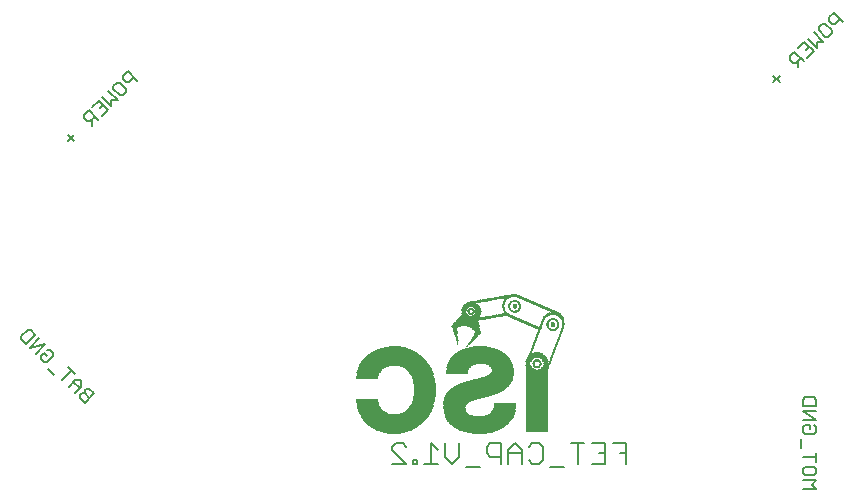
<source format=gbo>
G75*
%MOIN*%
%OFA0B0*%
%FSLAX25Y25*%
%IPPOS*%
%LPD*%
%AMOC8*
5,1,8,0,0,1.08239X$1,22.5*
%
%ADD10R,0.02800X0.00100*%
%ADD11R,0.02400X0.00100*%
%ADD12R,0.05000X0.00100*%
%ADD13R,0.04400X0.00100*%
%ADD14R,0.06500X0.00100*%
%ADD15R,0.05600X0.00100*%
%ADD16R,0.07500X0.00100*%
%ADD17R,0.06600X0.00100*%
%ADD18R,0.08500X0.00100*%
%ADD19R,0.09400X0.00100*%
%ADD20R,0.08200X0.00100*%
%ADD21R,0.07400X0.00100*%
%ADD22R,0.10000X0.00100*%
%ADD23R,0.08900X0.00100*%
%ADD24R,0.10800X0.00100*%
%ADD25R,0.09500X0.00100*%
%ADD26R,0.11400X0.00100*%
%ADD27R,0.10100X0.00100*%
%ADD28R,0.12000X0.00100*%
%ADD29R,0.10700X0.00100*%
%ADD30R,0.12500X0.00100*%
%ADD31R,0.11100X0.00100*%
%ADD32R,0.13000X0.00100*%
%ADD33R,0.11700X0.00100*%
%ADD34R,0.13500X0.00100*%
%ADD35R,0.12100X0.00100*%
%ADD36R,0.13900X0.00100*%
%ADD37R,0.14300X0.00100*%
%ADD38R,0.12900X0.00100*%
%ADD39R,0.14700X0.00100*%
%ADD40R,0.13300X0.00100*%
%ADD41R,0.15100X0.00100*%
%ADD42R,0.13700X0.00100*%
%ADD43R,0.15500X0.00100*%
%ADD44R,0.14100X0.00100*%
%ADD45R,0.15800X0.00100*%
%ADD46R,0.14400X0.00100*%
%ADD47R,0.16100X0.00100*%
%ADD48R,0.16500X0.00100*%
%ADD49R,0.16800X0.00100*%
%ADD50R,0.15300X0.00100*%
%ADD51R,0.17100X0.00100*%
%ADD52R,0.15700X0.00100*%
%ADD53R,0.17300X0.00100*%
%ADD54R,0.15900X0.00100*%
%ADD55R,0.17600X0.00100*%
%ADD56R,0.16200X0.00100*%
%ADD57R,0.17900X0.00100*%
%ADD58R,0.18100X0.00100*%
%ADD59R,0.18300X0.00100*%
%ADD60R,0.17000X0.00100*%
%ADD61R,0.18600X0.00100*%
%ADD62R,0.17200X0.00100*%
%ADD63R,0.18800X0.00100*%
%ADD64R,0.17500X0.00100*%
%ADD65R,0.19000X0.00100*%
%ADD66R,0.17800X0.00100*%
%ADD67R,0.19200X0.00100*%
%ADD68R,0.18000X0.00100*%
%ADD69R,0.19400X0.00100*%
%ADD70R,0.18200X0.00100*%
%ADD71R,0.19600X0.00100*%
%ADD72R,0.18400X0.00100*%
%ADD73R,0.19800X0.00100*%
%ADD74R,0.20000X0.00100*%
%ADD75R,0.20200X0.00100*%
%ADD76R,0.20300X0.00100*%
%ADD77R,0.20500X0.00100*%
%ADD78R,0.20600X0.00100*%
%ADD79R,0.20800X0.00100*%
%ADD80R,0.21000X0.00100*%
%ADD81R,0.21100X0.00100*%
%ADD82R,0.21200X0.00100*%
%ADD83R,0.21400X0.00100*%
%ADD84R,0.21500X0.00100*%
%ADD85R,0.20700X0.00100*%
%ADD86R,0.21600X0.00100*%
%ADD87R,0.20900X0.00100*%
%ADD88R,0.21800X0.00100*%
%ADD89R,0.22000X0.00100*%
%ADD90R,0.21300X0.00100*%
%ADD91R,0.22100X0.00100*%
%ADD92R,0.22200X0.00100*%
%ADD93R,0.22300X0.00100*%
%ADD94R,0.22400X0.00100*%
%ADD95R,0.21900X0.00100*%
%ADD96R,0.22500X0.00100*%
%ADD97R,0.22600X0.00100*%
%ADD98R,0.22700X0.00100*%
%ADD99R,0.10200X0.00100*%
%ADD100R,0.09800X0.00100*%
%ADD101R,0.09600X0.00100*%
%ADD102R,0.09300X0.00100*%
%ADD103R,0.09100X0.00100*%
%ADD104R,0.08700X0.00100*%
%ADD105R,0.22800X0.00100*%
%ADD106R,0.22900X0.00100*%
%ADD107R,0.08300X0.00100*%
%ADD108R,0.23000X0.00100*%
%ADD109R,0.10400X0.00100*%
%ADD110R,0.08000X0.00100*%
%ADD111R,0.07900X0.00100*%
%ADD112R,0.09700X0.00100*%
%ADD113R,0.07800X0.00100*%
%ADD114R,0.07700X0.00100*%
%ADD115R,0.09200X0.00100*%
%ADD116R,0.07600X0.00100*%
%ADD117R,0.09000X0.00100*%
%ADD118R,0.08800X0.00100*%
%ADD119R,0.08600X0.00100*%
%ADD120R,0.07300X0.00100*%
%ADD121R,0.08400X0.00100*%
%ADD122R,0.08100X0.00100*%
%ADD123R,0.07200X0.00100*%
%ADD124R,0.10600X0.00100*%
%ADD125R,0.11000X0.00100*%
%ADD126R,0.11300X0.00100*%
%ADD127R,0.11600X0.00100*%
%ADD128R,0.12400X0.00100*%
%ADD129R,0.12700X0.00100*%
%ADD130R,0.13100X0.00100*%
%ADD131R,0.15000X0.00100*%
%ADD132R,0.16000X0.00100*%
%ADD133R,0.16300X0.00100*%
%ADD134R,0.16600X0.00100*%
%ADD135R,0.17400X0.00100*%
%ADD136R,0.17700X0.00100*%
%ADD137R,0.16900X0.00100*%
%ADD138R,0.16700X0.00100*%
%ADD139R,0.16400X0.00100*%
%ADD140R,0.15200X0.00100*%
%ADD141R,0.14600X0.00100*%
%ADD142R,0.14000X0.00100*%
%ADD143R,0.12600X0.00100*%
%ADD144R,0.12200X0.00100*%
%ADD145R,0.11900X0.00100*%
%ADD146R,0.11500X0.00100*%
%ADD147R,0.07100X0.00100*%
%ADD148R,0.03200X0.00100*%
%ADD149R,0.02900X0.00100*%
%ADD150R,0.02700X0.00100*%
%ADD151R,0.02600X0.00100*%
%ADD152R,0.02500X0.00100*%
%ADD153R,0.02300X0.00100*%
%ADD154R,0.00700X0.00100*%
%ADD155R,0.02200X0.00100*%
%ADD156R,0.01400X0.00100*%
%ADD157R,0.02100X0.00100*%
%ADD158R,0.01600X0.00100*%
%ADD159R,0.02000X0.00100*%
%ADD160R,0.01900X0.00100*%
%ADD161R,0.01800X0.00100*%
%ADD162R,0.01000X0.00100*%
%ADD163R,0.00800X0.00100*%
%ADD164R,0.00900X0.00100*%
%ADD165R,0.01700X0.00100*%
%ADD166R,0.23200X0.00100*%
%ADD167R,0.23100X0.00100*%
%ADD168R,0.00600X0.00100*%
%ADD169R,0.20400X0.00100*%
%ADD170R,0.20100X0.00100*%
%ADD171R,0.01200X0.00100*%
%ADD172R,0.19900X0.00100*%
%ADD173R,0.19700X0.00100*%
%ADD174R,0.19300X0.00100*%
%ADD175R,0.19500X0.00100*%
%ADD176R,0.19100X0.00100*%
%ADD177R,0.18900X0.00100*%
%ADD178R,0.06100X0.00100*%
%ADD179R,0.05900X0.00100*%
%ADD180R,0.18700X0.00100*%
%ADD181R,0.05700X0.00100*%
%ADD182R,0.05500X0.00100*%
%ADD183R,0.05300X0.00100*%
%ADD184R,0.05200X0.00100*%
%ADD185R,0.04900X0.00100*%
%ADD186R,0.04800X0.00100*%
%ADD187R,0.04500X0.00100*%
%ADD188R,0.04100X0.00100*%
%ADD189R,0.15600X0.00100*%
%ADD190R,0.13600X0.00100*%
%ADD191R,0.13200X0.00100*%
%ADD192R,0.12800X0.00100*%
%ADD193R,0.12300X0.00100*%
%ADD194R,0.10900X0.00100*%
%ADD195R,0.10500X0.00100*%
%ADD196R,0.10300X0.00100*%
%ADD197R,0.09900X0.00100*%
%ADD198R,0.06800X0.00100*%
%ADD199R,0.06400X0.00100*%
%ADD200R,0.05800X0.00100*%
%ADD201R,0.05400X0.00100*%
%ADD202R,0.00200X0.00100*%
%ADD203R,0.04200X0.00100*%
%ADD204R,0.00300X0.00100*%
%ADD205R,0.00500X0.00100*%
%ADD206R,0.00100X0.00100*%
%ADD207R,0.00400X0.00100*%
%ADD208R,0.01100X0.00100*%
%ADD209R,0.01300X0.00100*%
%ADD210R,0.01500X0.00100*%
%ADD211R,0.03000X0.00100*%
%ADD212R,0.03100X0.00100*%
%ADD213R,0.03500X0.00100*%
%ADD214R,0.04000X0.00100*%
%ADD215R,0.04600X0.00100*%
%ADD216R,0.03300X0.00100*%
%ADD217R,0.03900X0.00100*%
%ADD218R,0.03600X0.00100*%
%ADD219R,0.04300X0.00100*%
%ADD220R,0.03400X0.00100*%
%ADD221R,0.03800X0.00100*%
%ADD222R,0.03700X0.00100*%
%ADD223R,0.05100X0.00100*%
%ADD224R,0.04700X0.00100*%
%ADD225R,0.06900X0.00100*%
%ADD226R,0.06200X0.00100*%
%ADD227C,0.00800*%
%ADD228C,0.00600*%
D10*
X0159550Y0089767D03*
X0162950Y0085667D03*
X0185850Y0071967D03*
X0164350Y0050567D03*
D11*
X0135850Y0050567D03*
X0180950Y0072167D03*
X0183450Y0074667D03*
X0181450Y0075767D03*
X0185450Y0075767D03*
X0186750Y0073967D03*
X0186750Y0073867D03*
X0186750Y0073767D03*
X0186150Y0072367D03*
X0163250Y0085267D03*
X0163050Y0092767D03*
X0159950Y0092767D03*
X0175950Y0091267D03*
X0175750Y0096667D03*
X0188750Y0088467D03*
D12*
X0161550Y0093167D03*
X0164350Y0050667D03*
D13*
X0135850Y0050667D03*
X0164350Y0079367D03*
X0183050Y0077067D03*
X0189050Y0090367D03*
X0161550Y0093467D03*
D14*
X0161200Y0089567D03*
X0161100Y0089467D03*
X0161000Y0089367D03*
X0160800Y0089067D03*
X0164300Y0050767D03*
D15*
X0135850Y0050767D03*
X0183350Y0076367D03*
D16*
X0171800Y0072667D03*
X0171700Y0072767D03*
X0171900Y0070767D03*
X0171900Y0070667D03*
X0157100Y0072267D03*
X0157000Y0072167D03*
X0157000Y0072067D03*
X0145500Y0069267D03*
X0145500Y0069167D03*
X0145500Y0069067D03*
X0145600Y0068867D03*
X0145400Y0069367D03*
X0145400Y0069467D03*
X0145300Y0069667D03*
X0145600Y0061167D03*
X0145500Y0060967D03*
X0145500Y0060867D03*
X0145500Y0060767D03*
X0145400Y0060667D03*
X0145400Y0060567D03*
X0145300Y0060367D03*
X0156000Y0059867D03*
X0156000Y0059767D03*
X0156200Y0057667D03*
X0156300Y0057467D03*
X0164300Y0050867D03*
X0172500Y0058367D03*
X0172600Y0058567D03*
X0172600Y0058667D03*
X0172600Y0058767D03*
X0172700Y0059067D03*
X0135800Y0050967D03*
X0127300Y0059467D03*
X0127200Y0059667D03*
X0127200Y0059767D03*
X0127200Y0059867D03*
X0127100Y0059967D03*
X0127100Y0060067D03*
X0127000Y0070167D03*
X0127000Y0070267D03*
X0127100Y0070467D03*
X0160100Y0087867D03*
X0160500Y0088267D03*
D17*
X0160850Y0089167D03*
X0160950Y0089267D03*
X0135850Y0050867D03*
D18*
X0128300Y0057767D03*
X0128200Y0057867D03*
X0128000Y0072167D03*
X0128100Y0072267D03*
X0156600Y0060967D03*
X0157000Y0056667D03*
X0164300Y0050967D03*
X0171600Y0056867D03*
X0171700Y0056967D03*
X0171000Y0073567D03*
X0157800Y0073267D03*
X0159800Y0086967D03*
D19*
X0170750Y0069367D03*
X0157050Y0061367D03*
X0164250Y0051067D03*
X0171050Y0056467D03*
X0128950Y0057167D03*
D20*
X0128050Y0058067D03*
X0127950Y0058167D03*
X0135850Y0051067D03*
X0144250Y0058367D03*
X0156350Y0060667D03*
X0156450Y0060767D03*
X0156750Y0056867D03*
X0171850Y0057167D03*
X0171950Y0057267D03*
X0171550Y0070067D03*
X0171150Y0073467D03*
X0144250Y0071667D03*
X0127850Y0071967D03*
X0127750Y0071867D03*
D21*
X0126950Y0070067D03*
X0126950Y0069967D03*
X0126950Y0069867D03*
X0126950Y0069767D03*
X0126850Y0069667D03*
X0126850Y0069567D03*
X0126850Y0069467D03*
X0126850Y0069367D03*
X0126850Y0061367D03*
X0126950Y0060767D03*
X0126950Y0060667D03*
X0126950Y0060567D03*
X0127050Y0060367D03*
X0127050Y0060267D03*
X0127050Y0060167D03*
X0145550Y0061067D03*
X0145650Y0061267D03*
X0145650Y0061367D03*
X0145650Y0061467D03*
X0145650Y0061567D03*
X0145750Y0061667D03*
X0145750Y0061767D03*
X0145750Y0061867D03*
X0145850Y0062167D03*
X0145850Y0062267D03*
X0145850Y0062367D03*
X0145950Y0062867D03*
X0145950Y0067167D03*
X0145850Y0067667D03*
X0145850Y0067767D03*
X0145850Y0067867D03*
X0145750Y0068167D03*
X0145750Y0068267D03*
X0145750Y0068367D03*
X0145650Y0068467D03*
X0145650Y0068567D03*
X0145650Y0068667D03*
X0145650Y0068767D03*
X0145550Y0068967D03*
X0156850Y0071467D03*
X0156950Y0071767D03*
X0156950Y0071867D03*
X0156950Y0071967D03*
X0171850Y0072467D03*
X0171850Y0072567D03*
X0171950Y0070967D03*
X0171950Y0070867D03*
X0183450Y0070867D03*
X0183450Y0070967D03*
X0183450Y0071067D03*
X0183450Y0071167D03*
X0183450Y0071267D03*
X0183450Y0071367D03*
X0183450Y0071467D03*
X0183450Y0071567D03*
X0183450Y0071667D03*
X0183450Y0070767D03*
X0183450Y0070667D03*
X0183450Y0070567D03*
X0183450Y0070467D03*
X0183450Y0070367D03*
X0183450Y0070267D03*
X0183450Y0070167D03*
X0183450Y0070067D03*
X0183450Y0069967D03*
X0183450Y0069867D03*
X0183450Y0069767D03*
X0183450Y0069667D03*
X0183450Y0069567D03*
X0183450Y0069467D03*
X0183450Y0069367D03*
X0183450Y0069267D03*
X0183450Y0069167D03*
X0183450Y0069067D03*
X0183450Y0068967D03*
X0183450Y0068867D03*
X0183450Y0068767D03*
X0183450Y0068667D03*
X0183450Y0068567D03*
X0183450Y0068467D03*
X0183450Y0068367D03*
X0183450Y0068267D03*
X0183450Y0068167D03*
X0183450Y0068067D03*
X0183450Y0067967D03*
X0183450Y0067867D03*
X0183450Y0067767D03*
X0183450Y0067667D03*
X0183450Y0067567D03*
X0183450Y0067467D03*
X0183450Y0067367D03*
X0183450Y0067267D03*
X0183450Y0067167D03*
X0183450Y0067067D03*
X0183450Y0066967D03*
X0183450Y0066867D03*
X0183450Y0066767D03*
X0183450Y0066667D03*
X0183450Y0066567D03*
X0183450Y0066467D03*
X0183450Y0066367D03*
X0183450Y0066267D03*
X0183450Y0066167D03*
X0183450Y0066067D03*
X0183450Y0065967D03*
X0183450Y0065867D03*
X0183450Y0065767D03*
X0183450Y0065667D03*
X0183450Y0065567D03*
X0183450Y0065467D03*
X0183450Y0065367D03*
X0183450Y0065267D03*
X0183450Y0065167D03*
X0183450Y0065067D03*
X0183450Y0064967D03*
X0183450Y0064867D03*
X0183450Y0064767D03*
X0183450Y0064667D03*
X0183450Y0064567D03*
X0183450Y0064467D03*
X0183450Y0064367D03*
X0183450Y0064267D03*
X0183450Y0064167D03*
X0183450Y0064067D03*
X0183450Y0063967D03*
X0183450Y0063867D03*
X0183450Y0063767D03*
X0183450Y0063667D03*
X0183450Y0063567D03*
X0183450Y0063467D03*
X0183450Y0063367D03*
X0183450Y0063267D03*
X0183450Y0063167D03*
X0183450Y0063067D03*
X0183450Y0062967D03*
X0183450Y0062867D03*
X0183450Y0062767D03*
X0183450Y0062667D03*
X0183450Y0062567D03*
X0183450Y0062467D03*
X0183450Y0062367D03*
X0183450Y0062267D03*
X0183450Y0062167D03*
X0183450Y0062067D03*
X0183450Y0061967D03*
X0183450Y0061867D03*
X0183450Y0061767D03*
X0183450Y0061667D03*
X0183450Y0061567D03*
X0183450Y0061467D03*
X0183450Y0061367D03*
X0183450Y0061267D03*
X0183450Y0061167D03*
X0183450Y0061067D03*
X0183450Y0060967D03*
X0183450Y0060867D03*
X0183450Y0060767D03*
X0183450Y0060667D03*
X0183450Y0060567D03*
X0183450Y0060467D03*
X0183450Y0060367D03*
X0183450Y0060267D03*
X0183450Y0060167D03*
X0183450Y0060067D03*
X0183450Y0059967D03*
X0183450Y0059867D03*
X0183450Y0059767D03*
X0183450Y0059667D03*
X0183450Y0059567D03*
X0183450Y0059467D03*
X0183450Y0059367D03*
X0183450Y0059267D03*
X0183450Y0059167D03*
X0183450Y0059067D03*
X0183450Y0058967D03*
X0183450Y0058867D03*
X0183450Y0058767D03*
X0183450Y0058667D03*
X0183450Y0058567D03*
X0183450Y0058467D03*
X0183450Y0058367D03*
X0183450Y0058267D03*
X0183450Y0058167D03*
X0183450Y0058067D03*
X0183450Y0057967D03*
X0183450Y0057867D03*
X0183450Y0057767D03*
X0183450Y0057667D03*
X0183450Y0057567D03*
X0183450Y0057467D03*
X0183450Y0057367D03*
X0183450Y0057267D03*
X0183450Y0057167D03*
X0183450Y0057067D03*
X0183450Y0056967D03*
X0183450Y0056867D03*
X0183450Y0056767D03*
X0183450Y0056667D03*
X0183450Y0056567D03*
X0183450Y0056467D03*
X0183450Y0056367D03*
X0183450Y0056267D03*
X0183450Y0056167D03*
X0183450Y0056067D03*
X0183450Y0055967D03*
X0183450Y0055867D03*
X0183450Y0055767D03*
X0183450Y0055667D03*
X0183450Y0055567D03*
X0183450Y0055467D03*
X0183450Y0055367D03*
X0183450Y0055267D03*
X0183450Y0055167D03*
X0183450Y0055067D03*
X0183450Y0054967D03*
X0183450Y0054867D03*
X0183450Y0054767D03*
X0183450Y0054667D03*
X0183450Y0054567D03*
X0183450Y0054467D03*
X0183450Y0054367D03*
X0183450Y0054267D03*
X0183450Y0054167D03*
X0183450Y0054067D03*
X0183450Y0053967D03*
X0183450Y0053867D03*
X0183450Y0053767D03*
X0183450Y0053667D03*
X0183450Y0053567D03*
X0183450Y0053467D03*
X0183450Y0053367D03*
X0183450Y0053267D03*
X0183450Y0053167D03*
X0183450Y0053067D03*
X0183450Y0052967D03*
X0183450Y0052867D03*
X0183450Y0052767D03*
X0183450Y0052667D03*
X0183450Y0052567D03*
X0183450Y0052467D03*
X0183450Y0052367D03*
X0183450Y0052267D03*
X0183450Y0052167D03*
X0183450Y0052067D03*
X0183450Y0051967D03*
X0183450Y0051867D03*
X0183450Y0051767D03*
X0183450Y0051667D03*
X0183450Y0051567D03*
X0183450Y0051467D03*
X0183450Y0051367D03*
X0183450Y0051267D03*
X0183450Y0051167D03*
X0172650Y0058867D03*
X0172650Y0058967D03*
X0172750Y0059167D03*
X0172750Y0059267D03*
X0172750Y0059367D03*
X0172750Y0059467D03*
X0156150Y0057867D03*
X0156150Y0057767D03*
X0156050Y0058067D03*
X0155950Y0059567D03*
X0155950Y0059667D03*
X0160150Y0087967D03*
D22*
X0142650Y0073067D03*
X0142650Y0056967D03*
X0129350Y0056967D03*
X0164250Y0051167D03*
D23*
X0157300Y0056467D03*
X0156800Y0061167D03*
X0171400Y0056667D03*
X0135800Y0051167D03*
X0128600Y0057467D03*
X0128300Y0072467D03*
X0128400Y0072567D03*
X0159700Y0086567D03*
X0159700Y0086667D03*
X0161500Y0088567D03*
D24*
X0164250Y0051267D03*
D25*
X0157200Y0061467D03*
X0143000Y0057167D03*
X0135800Y0051267D03*
X0128800Y0072867D03*
X0143000Y0072867D03*
D26*
X0164250Y0051367D03*
D27*
X0157500Y0061667D03*
X0170400Y0069167D03*
X0135800Y0051367D03*
X0129200Y0073067D03*
D28*
X0158650Y0062267D03*
X0164250Y0051467D03*
D29*
X0170000Y0068967D03*
X0135800Y0051467D03*
D30*
X0135800Y0051867D03*
X0164200Y0051567D03*
D31*
X0169800Y0068867D03*
X0135800Y0051567D03*
D32*
X0164250Y0051667D03*
X0168750Y0068367D03*
D33*
X0135800Y0051667D03*
D34*
X0159500Y0062667D03*
X0164200Y0051767D03*
D35*
X0135800Y0051767D03*
D36*
X0164200Y0051867D03*
X0135900Y0077767D03*
D37*
X0135900Y0077667D03*
X0164200Y0051967D03*
D38*
X0135800Y0051967D03*
D39*
X0135800Y0052467D03*
X0160300Y0063067D03*
X0164200Y0052067D03*
D40*
X0168500Y0068267D03*
X0135800Y0052067D03*
D41*
X0135800Y0052567D03*
X0164200Y0052167D03*
D42*
X0159700Y0062767D03*
X0168300Y0068167D03*
X0135800Y0052167D03*
D43*
X0160900Y0063367D03*
X0167100Y0067567D03*
X0164200Y0052267D03*
D44*
X0159900Y0062867D03*
X0135800Y0052267D03*
D45*
X0161050Y0063467D03*
X0164250Y0052367D03*
X0164450Y0077267D03*
X0135850Y0077167D03*
D46*
X0160150Y0062967D03*
X0167850Y0067967D03*
X0164450Y0077767D03*
X0135850Y0052367D03*
D47*
X0164200Y0052467D03*
D48*
X0164200Y0052567D03*
X0161600Y0063767D03*
X0135800Y0053067D03*
D49*
X0135850Y0053167D03*
X0161950Y0063967D03*
X0166050Y0066967D03*
X0164250Y0052667D03*
X0135850Y0076867D03*
D50*
X0160700Y0063267D03*
X0164400Y0077467D03*
X0135800Y0052667D03*
D51*
X0162200Y0064167D03*
X0164200Y0052767D03*
D52*
X0166900Y0067467D03*
X0135800Y0052767D03*
D53*
X0162400Y0064267D03*
X0165600Y0066667D03*
X0164200Y0052867D03*
D54*
X0135800Y0052867D03*
D55*
X0162750Y0064567D03*
X0165150Y0066367D03*
X0164450Y0076567D03*
X0164250Y0052967D03*
D56*
X0166550Y0067267D03*
X0164450Y0077167D03*
X0135850Y0077067D03*
X0135850Y0052967D03*
D57*
X0163200Y0064867D03*
X0163300Y0064967D03*
X0163600Y0065167D03*
X0164500Y0065867D03*
X0164600Y0065967D03*
X0164200Y0053067D03*
D58*
X0164200Y0053167D03*
D59*
X0164200Y0053267D03*
D60*
X0162050Y0064067D03*
X0135850Y0053267D03*
X0135850Y0076767D03*
D61*
X0164450Y0076067D03*
X0164250Y0053367D03*
X0135850Y0053967D03*
D62*
X0135850Y0053367D03*
X0165750Y0066767D03*
X0164450Y0076767D03*
X0135850Y0076667D03*
D63*
X0164450Y0075967D03*
X0164250Y0053467D03*
X0135850Y0054067D03*
D64*
X0135800Y0053467D03*
X0162700Y0064467D03*
X0165300Y0066467D03*
X0135800Y0076567D03*
D65*
X0135850Y0054167D03*
X0164250Y0053567D03*
D66*
X0163050Y0064767D03*
X0164750Y0066067D03*
X0164450Y0076467D03*
X0135850Y0076467D03*
X0135850Y0053567D03*
D67*
X0135850Y0054267D03*
X0164250Y0053667D03*
D68*
X0163450Y0065067D03*
X0163750Y0065267D03*
X0163850Y0065367D03*
X0163950Y0065467D03*
X0164150Y0065567D03*
X0164250Y0065667D03*
X0164350Y0065767D03*
X0164450Y0076367D03*
X0135850Y0076367D03*
X0135850Y0053667D03*
D69*
X0135850Y0054367D03*
X0164250Y0053767D03*
X0164450Y0075567D03*
D70*
X0164450Y0076267D03*
X0135850Y0076267D03*
X0135850Y0053767D03*
D71*
X0135850Y0054467D03*
X0164250Y0053867D03*
X0164450Y0075467D03*
D72*
X0164450Y0076167D03*
X0135850Y0076167D03*
X0135850Y0053867D03*
D73*
X0135850Y0054567D03*
X0164250Y0053967D03*
D74*
X0164250Y0054067D03*
X0135850Y0054667D03*
X0164450Y0075167D03*
D75*
X0164250Y0054167D03*
X0135850Y0054767D03*
D76*
X0135900Y0054867D03*
X0164200Y0054267D03*
X0164500Y0074967D03*
X0135800Y0075267D03*
D77*
X0164500Y0074767D03*
X0164200Y0054367D03*
X0135900Y0054967D03*
D78*
X0164250Y0054467D03*
X0164450Y0074667D03*
X0135850Y0075067D03*
D79*
X0135850Y0074967D03*
X0164450Y0074467D03*
X0164250Y0054567D03*
D80*
X0164250Y0054667D03*
X0164450Y0074267D03*
X0135850Y0074867D03*
X0135950Y0055267D03*
D81*
X0135900Y0055367D03*
X0164200Y0054767D03*
X0164500Y0074167D03*
D82*
X0164450Y0074067D03*
X0164250Y0054867D03*
X0135850Y0074767D03*
D83*
X0135850Y0074567D03*
X0164450Y0073867D03*
X0164250Y0054967D03*
D84*
X0164200Y0055067D03*
X0135900Y0055567D03*
D85*
X0135900Y0055067D03*
X0164500Y0074567D03*
D86*
X0164250Y0055167D03*
X0135950Y0055667D03*
X0135850Y0074467D03*
D87*
X0135900Y0055167D03*
X0164500Y0074367D03*
D88*
X0164250Y0055367D03*
X0164250Y0055267D03*
X0135950Y0055767D03*
X0135850Y0074367D03*
D89*
X0135850Y0074267D03*
X0135850Y0074167D03*
X0135950Y0055967D03*
X0164250Y0055467D03*
D90*
X0164500Y0073967D03*
X0135800Y0074667D03*
X0135900Y0055467D03*
D91*
X0164300Y0055567D03*
D92*
X0164250Y0055667D03*
X0135950Y0056067D03*
X0135850Y0074067D03*
D93*
X0136000Y0056167D03*
X0164300Y0055767D03*
D94*
X0164250Y0055867D03*
X0135950Y0056267D03*
X0135850Y0073967D03*
D95*
X0135900Y0055867D03*
D96*
X0135900Y0073867D03*
X0164300Y0055967D03*
D97*
X0164250Y0056067D03*
X0135950Y0056367D03*
X0135850Y0073767D03*
D98*
X0135900Y0073667D03*
X0136000Y0056467D03*
X0164300Y0056167D03*
D99*
X0170550Y0056267D03*
D100*
X0157750Y0056267D03*
X0157350Y0061567D03*
X0158650Y0073767D03*
D101*
X0170850Y0056367D03*
X0129150Y0057067D03*
D102*
X0128700Y0072767D03*
X0135900Y0078767D03*
X0158400Y0073667D03*
X0170900Y0069467D03*
X0157500Y0056367D03*
D103*
X0156900Y0061267D03*
X0143300Y0057367D03*
X0128700Y0057367D03*
X0143300Y0072667D03*
X0158200Y0073567D03*
X0164400Y0078867D03*
X0170600Y0073767D03*
X0171200Y0056567D03*
D104*
X0171500Y0056767D03*
X0157100Y0056567D03*
X0156700Y0061067D03*
X0135900Y0078867D03*
X0128200Y0072367D03*
X0128500Y0057567D03*
D105*
X0135950Y0056567D03*
D106*
X0136000Y0056667D03*
X0135900Y0073567D03*
D107*
X0144100Y0071867D03*
X0144200Y0071767D03*
X0157700Y0073167D03*
X0171500Y0069967D03*
X0171800Y0057067D03*
X0156900Y0056767D03*
X0144200Y0058267D03*
X0144100Y0058167D03*
X0128100Y0057967D03*
X0159900Y0087167D03*
X0161100Y0088467D03*
D108*
X0135850Y0073467D03*
X0135950Y0056767D03*
D109*
X0129650Y0056867D03*
X0142350Y0056867D03*
X0157650Y0061767D03*
X0170250Y0069067D03*
X0142350Y0073167D03*
X0162450Y0088867D03*
D110*
X0144550Y0071267D03*
X0144450Y0071367D03*
X0135950Y0078967D03*
X0127650Y0071667D03*
X0127550Y0071567D03*
X0127750Y0058467D03*
X0127850Y0058367D03*
X0144450Y0058667D03*
X0144550Y0058767D03*
X0156250Y0060467D03*
X0156650Y0056967D03*
X0172050Y0057367D03*
X0172150Y0057567D03*
X0171650Y0070167D03*
D111*
X0171700Y0070267D03*
X0171400Y0073267D03*
X0157400Y0072867D03*
X0144700Y0071067D03*
X0144700Y0070967D03*
X0144600Y0071167D03*
X0156200Y0060367D03*
X0156600Y0057067D03*
X0144700Y0058967D03*
X0144700Y0059067D03*
X0144600Y0058867D03*
X0127700Y0058567D03*
X0127600Y0058767D03*
X0127400Y0071267D03*
X0127500Y0071367D03*
X0127500Y0071467D03*
X0160000Y0087467D03*
X0160000Y0087567D03*
X0172200Y0057667D03*
X0172100Y0057467D03*
D112*
X0170600Y0069267D03*
X0164400Y0078767D03*
X0162100Y0088767D03*
X0142800Y0072967D03*
X0129000Y0072967D03*
X0142800Y0057067D03*
D113*
X0144750Y0059167D03*
X0144850Y0059267D03*
X0144850Y0059367D03*
X0156150Y0060267D03*
X0156450Y0057167D03*
X0172250Y0057767D03*
X0172350Y0057967D03*
X0171750Y0070367D03*
X0171550Y0073067D03*
X0171450Y0073167D03*
X0157350Y0072767D03*
X0144850Y0070767D03*
X0144850Y0070667D03*
X0144750Y0070867D03*
X0127350Y0071067D03*
X0127350Y0071167D03*
X0127550Y0058867D03*
X0127650Y0058667D03*
X0160750Y0088367D03*
D114*
X0160000Y0087667D03*
X0157300Y0072667D03*
X0157200Y0072567D03*
X0157200Y0072467D03*
X0145100Y0070167D03*
X0145000Y0070367D03*
X0145000Y0070467D03*
X0144900Y0070567D03*
X0145100Y0059867D03*
X0145100Y0059767D03*
X0145000Y0059667D03*
X0145000Y0059567D03*
X0144900Y0059467D03*
X0156100Y0060167D03*
X0156400Y0057267D03*
X0172300Y0057867D03*
X0172400Y0058067D03*
X0171800Y0070467D03*
X0171600Y0072967D03*
X0127300Y0070967D03*
X0127200Y0070867D03*
X0127200Y0070767D03*
X0127400Y0059267D03*
X0127400Y0059167D03*
X0127500Y0059067D03*
X0127500Y0058967D03*
D115*
X0128850Y0057267D03*
X0143150Y0057267D03*
X0143150Y0072767D03*
X0128550Y0072667D03*
X0161750Y0088667D03*
D116*
X0160050Y0087767D03*
X0164350Y0079067D03*
X0171650Y0072867D03*
X0171850Y0070567D03*
X0157150Y0072367D03*
X0145350Y0069567D03*
X0145250Y0069767D03*
X0145250Y0069867D03*
X0145150Y0069967D03*
X0145150Y0070067D03*
X0145050Y0070267D03*
X0145350Y0060467D03*
X0145250Y0060267D03*
X0145250Y0060167D03*
X0145150Y0060067D03*
X0145150Y0059967D03*
X0156050Y0059967D03*
X0156050Y0060067D03*
X0156250Y0057567D03*
X0156350Y0057367D03*
X0172450Y0058167D03*
X0172450Y0058267D03*
X0172550Y0058467D03*
X0127350Y0059367D03*
X0127250Y0059567D03*
X0127050Y0070367D03*
X0127150Y0070567D03*
X0127150Y0070667D03*
D117*
X0143450Y0072567D03*
X0143450Y0057467D03*
X0171050Y0069567D03*
D118*
X0171150Y0069667D03*
X0170850Y0073667D03*
X0158050Y0073467D03*
X0143650Y0072367D03*
X0143550Y0072467D03*
X0143650Y0057667D03*
X0143550Y0057567D03*
X0159750Y0086767D03*
D119*
X0159750Y0086867D03*
X0157950Y0073367D03*
X0171250Y0069767D03*
X0143850Y0072167D03*
X0143750Y0072267D03*
X0143850Y0057867D03*
X0143750Y0057767D03*
X0128350Y0057667D03*
D120*
X0127000Y0060467D03*
X0126900Y0060867D03*
X0126900Y0060967D03*
X0126900Y0061067D03*
X0126900Y0061167D03*
X0126900Y0061267D03*
X0126800Y0061467D03*
X0126800Y0061567D03*
X0126800Y0061667D03*
X0126800Y0061767D03*
X0126800Y0061867D03*
X0126800Y0069067D03*
X0126800Y0069167D03*
X0126800Y0069267D03*
X0145800Y0068067D03*
X0145800Y0067967D03*
X0145900Y0067567D03*
X0145900Y0067467D03*
X0145900Y0067367D03*
X0145900Y0067267D03*
X0146000Y0067067D03*
X0146000Y0066967D03*
X0146000Y0066867D03*
X0146000Y0066767D03*
X0146000Y0066667D03*
X0146000Y0066567D03*
X0146000Y0066467D03*
X0146000Y0066367D03*
X0146000Y0066267D03*
X0146100Y0066167D03*
X0146100Y0066067D03*
X0146100Y0065967D03*
X0146100Y0065867D03*
X0146100Y0065767D03*
X0146100Y0065667D03*
X0146100Y0065567D03*
X0146100Y0065467D03*
X0146100Y0065367D03*
X0146100Y0065267D03*
X0146100Y0065167D03*
X0146100Y0065067D03*
X0146100Y0064967D03*
X0146100Y0064867D03*
X0146100Y0064767D03*
X0146100Y0064667D03*
X0146100Y0064567D03*
X0146100Y0064467D03*
X0146100Y0064367D03*
X0146100Y0064267D03*
X0146100Y0064167D03*
X0146100Y0064067D03*
X0146100Y0063967D03*
X0146100Y0063867D03*
X0146000Y0063667D03*
X0146000Y0063567D03*
X0146000Y0063467D03*
X0146000Y0063367D03*
X0146000Y0063267D03*
X0146000Y0063167D03*
X0146000Y0063067D03*
X0146000Y0062967D03*
X0145900Y0062767D03*
X0145900Y0062667D03*
X0145900Y0062567D03*
X0145900Y0062467D03*
X0145800Y0062067D03*
X0145800Y0061967D03*
X0155900Y0059467D03*
X0155900Y0059367D03*
X0155900Y0059267D03*
X0155900Y0059167D03*
X0155900Y0059067D03*
X0155900Y0058967D03*
X0155900Y0058867D03*
X0156000Y0058367D03*
X0156000Y0058267D03*
X0156000Y0058167D03*
X0156100Y0057967D03*
X0172800Y0059567D03*
X0172800Y0059667D03*
X0172800Y0059767D03*
X0172800Y0059867D03*
X0172800Y0059967D03*
X0172800Y0060067D03*
X0172800Y0060167D03*
X0172800Y0060267D03*
X0172800Y0060367D03*
X0172000Y0071067D03*
X0172000Y0071167D03*
X0172000Y0071267D03*
X0172000Y0071367D03*
X0172000Y0071467D03*
X0172000Y0071567D03*
X0172000Y0071667D03*
X0172000Y0071767D03*
X0172000Y0071867D03*
X0172000Y0071967D03*
X0172000Y0072067D03*
X0171900Y0072167D03*
X0171900Y0072267D03*
X0171900Y0072367D03*
X0156900Y0071667D03*
X0156900Y0071567D03*
X0156800Y0071367D03*
X0156800Y0071267D03*
X0156800Y0071167D03*
X0156800Y0071067D03*
X0156800Y0070967D03*
X0156800Y0070867D03*
X0156800Y0070767D03*
X0156800Y0070667D03*
X0156800Y0070567D03*
D121*
X0164350Y0078967D03*
X0159850Y0087067D03*
X0144050Y0071967D03*
X0143950Y0072067D03*
X0127950Y0072067D03*
X0143950Y0057967D03*
X0144050Y0058067D03*
X0156550Y0060867D03*
X0171350Y0069867D03*
D122*
X0171300Y0073367D03*
X0157600Y0073067D03*
X0157500Y0072967D03*
X0144400Y0071467D03*
X0144300Y0071567D03*
X0156300Y0060567D03*
X0144400Y0058567D03*
X0144300Y0058467D03*
X0127900Y0058267D03*
X0127700Y0071767D03*
X0159900Y0087267D03*
X0159900Y0087367D03*
D123*
X0160150Y0088067D03*
X0160250Y0088167D03*
X0135950Y0079067D03*
X0146050Y0063767D03*
X0155950Y0058767D03*
X0155950Y0058667D03*
X0155950Y0058567D03*
X0155950Y0058467D03*
X0172850Y0060467D03*
D124*
X0157850Y0061867D03*
X0129550Y0073167D03*
X0162750Y0088967D03*
D125*
X0158050Y0061967D03*
D126*
X0158200Y0062067D03*
D127*
X0158450Y0062167D03*
D128*
X0158850Y0062367D03*
X0164450Y0078267D03*
D129*
X0159100Y0062467D03*
D130*
X0159300Y0062567D03*
D131*
X0160550Y0063167D03*
X0167450Y0067767D03*
X0164450Y0077567D03*
X0135850Y0077467D03*
D132*
X0161250Y0063567D03*
X0166750Y0067367D03*
D133*
X0161400Y0063667D03*
D134*
X0161750Y0063867D03*
X0164450Y0076967D03*
D135*
X0164450Y0076667D03*
X0165450Y0066567D03*
X0162550Y0064367D03*
D136*
X0162900Y0064667D03*
X0164900Y0066167D03*
X0165000Y0066267D03*
D137*
X0165900Y0066867D03*
X0164500Y0076867D03*
D138*
X0166200Y0067067D03*
D139*
X0166350Y0067167D03*
X0164450Y0077067D03*
X0135850Y0076967D03*
D140*
X0135850Y0077367D03*
X0167250Y0067667D03*
D141*
X0167650Y0067867D03*
X0164450Y0077667D03*
X0135850Y0077567D03*
D142*
X0164450Y0077867D03*
X0168050Y0068067D03*
D143*
X0168950Y0068467D03*
D144*
X0169150Y0068567D03*
D145*
X0169400Y0068667D03*
X0164400Y0078367D03*
X0135900Y0078267D03*
D146*
X0135900Y0078367D03*
X0164400Y0078467D03*
X0169600Y0068767D03*
D147*
X0126800Y0068967D03*
D148*
X0181350Y0071767D03*
X0185550Y0071767D03*
D149*
X0185700Y0071867D03*
X0181200Y0071867D03*
X0183300Y0077267D03*
X0172700Y0090267D03*
X0175800Y0096567D03*
X0162900Y0085867D03*
X0162900Y0085767D03*
X0156500Y0086167D03*
D150*
X0163100Y0089667D03*
X0163200Y0089767D03*
X0181100Y0071967D03*
D151*
X0181650Y0075867D03*
X0185250Y0075867D03*
X0185950Y0072067D03*
X0163150Y0085467D03*
X0163050Y0085567D03*
D152*
X0163200Y0085367D03*
X0159500Y0089867D03*
X0156400Y0086067D03*
X0164300Y0079467D03*
X0181000Y0072067D03*
X0186000Y0072167D03*
X0186100Y0072267D03*
X0188700Y0085167D03*
X0183700Y0085867D03*
X0189300Y0090767D03*
D153*
X0176000Y0094567D03*
X0163500Y0089967D03*
X0163400Y0089867D03*
X0163300Y0085167D03*
X0163400Y0085067D03*
X0183300Y0077367D03*
X0183500Y0072867D03*
X0180900Y0072267D03*
X0186300Y0072467D03*
X0186300Y0072567D03*
X0186700Y0073467D03*
X0186700Y0073567D03*
X0186700Y0073667D03*
X0135900Y0079467D03*
D154*
X0156700Y0082367D03*
X0156700Y0082567D03*
X0156700Y0082667D03*
X0156800Y0082167D03*
X0161300Y0080867D03*
X0161400Y0080967D03*
X0161500Y0081067D03*
X0162000Y0090667D03*
X0162000Y0091867D03*
X0172300Y0092367D03*
X0172300Y0092567D03*
X0172300Y0093467D03*
X0172300Y0093567D03*
X0174700Y0094167D03*
X0174800Y0094267D03*
X0177100Y0094267D03*
X0177300Y0094167D03*
X0177300Y0091667D03*
X0177200Y0091567D03*
X0174900Y0091467D03*
X0174800Y0091567D03*
X0174600Y0091767D03*
X0184700Y0086267D03*
X0184600Y0086067D03*
X0184900Y0086767D03*
X0185000Y0087067D03*
X0185100Y0087367D03*
X0185200Y0087667D03*
X0185400Y0088167D03*
X0185500Y0088367D03*
X0187500Y0088067D03*
X0189900Y0088167D03*
X0190000Y0088067D03*
X0190100Y0087967D03*
X0192300Y0087067D03*
X0192300Y0086867D03*
X0192200Y0086667D03*
X0192200Y0086367D03*
X0192200Y0086267D03*
X0192200Y0086167D03*
X0192100Y0086067D03*
X0192100Y0085967D03*
X0192100Y0085867D03*
X0192000Y0085667D03*
X0191900Y0085367D03*
X0191800Y0085067D03*
X0191600Y0084567D03*
X0191500Y0084367D03*
X0191300Y0083867D03*
X0191300Y0083767D03*
X0191200Y0083567D03*
X0191200Y0083467D03*
X0191100Y0083267D03*
X0190800Y0082467D03*
X0190700Y0082167D03*
X0190400Y0081367D03*
X0190300Y0081167D03*
X0190300Y0081067D03*
X0190200Y0080867D03*
X0190100Y0080667D03*
X0190100Y0080567D03*
X0190000Y0080367D03*
X0189700Y0079567D03*
X0189600Y0079267D03*
X0189500Y0078967D03*
X0189300Y0078467D03*
X0189200Y0078267D03*
X0189200Y0078167D03*
X0189100Y0077967D03*
X0189100Y0077867D03*
X0188700Y0076967D03*
X0188700Y0076867D03*
X0188600Y0076667D03*
X0188500Y0076367D03*
X0188200Y0075567D03*
X0188100Y0075367D03*
X0188100Y0075267D03*
X0188000Y0075067D03*
X0188000Y0074967D03*
X0184600Y0074167D03*
X0184600Y0074067D03*
X0184500Y0074267D03*
X0184500Y0074367D03*
X0184600Y0073567D03*
X0184600Y0073467D03*
X0184500Y0073367D03*
X0184500Y0073267D03*
X0183500Y0072367D03*
X0182500Y0073167D03*
X0182400Y0073267D03*
X0182400Y0073367D03*
X0182300Y0073467D03*
X0182300Y0073567D03*
X0182300Y0073667D03*
X0182300Y0073867D03*
X0182300Y0073967D03*
X0182300Y0074067D03*
X0182300Y0074167D03*
X0182400Y0074267D03*
X0182400Y0074367D03*
X0182500Y0074467D03*
X0183500Y0075267D03*
X0181300Y0077267D03*
X0181400Y0077467D03*
X0181500Y0077767D03*
X0181700Y0078267D03*
X0181800Y0078567D03*
X0181900Y0078867D03*
X0182000Y0079167D03*
X0182200Y0079667D03*
X0182300Y0079867D03*
X0182300Y0079967D03*
X0182400Y0080167D03*
X0182400Y0080267D03*
X0182500Y0080467D03*
X0182600Y0080767D03*
X0182800Y0081167D03*
X0182900Y0081467D03*
X0183000Y0081767D03*
X0183200Y0082267D03*
X0183300Y0082567D03*
X0183400Y0082767D03*
X0183400Y0082867D03*
X0183500Y0083067D03*
X0183500Y0083167D03*
X0183800Y0083867D03*
X0183900Y0084167D03*
X0184000Y0084467D03*
X0187400Y0085567D03*
X0189900Y0085467D03*
D155*
X0188750Y0085067D03*
X0183750Y0085767D03*
X0175950Y0091167D03*
X0163250Y0092667D03*
X0159450Y0089967D03*
X0156250Y0085967D03*
X0163450Y0084967D03*
X0181350Y0075667D03*
X0183450Y0074867D03*
X0183450Y0074767D03*
X0183450Y0072767D03*
X0180850Y0072367D03*
X0186350Y0072667D03*
X0186350Y0072767D03*
X0186450Y0072867D03*
X0186450Y0072967D03*
X0186550Y0073167D03*
X0186650Y0073367D03*
X0185550Y0075667D03*
D156*
X0183450Y0072467D03*
X0184050Y0085467D03*
X0188750Y0084867D03*
X0188750Y0086467D03*
X0188750Y0087167D03*
X0186950Y0089967D03*
X0191250Y0089567D03*
X0191350Y0089467D03*
X0175950Y0092567D03*
X0161450Y0092067D03*
X0156150Y0085067D03*
X0156150Y0084967D03*
X0156250Y0084567D03*
X0162750Y0082667D03*
X0162850Y0082767D03*
X0162950Y0082867D03*
D157*
X0163500Y0084867D03*
X0163600Y0090067D03*
X0163700Y0090267D03*
X0176000Y0094667D03*
X0190500Y0090067D03*
X0185700Y0075567D03*
X0186600Y0073267D03*
X0186500Y0073067D03*
X0180800Y0072467D03*
X0181200Y0075567D03*
D158*
X0180650Y0074567D03*
X0180550Y0074267D03*
X0180550Y0074167D03*
X0180550Y0074067D03*
X0180550Y0073967D03*
X0180550Y0073867D03*
X0180550Y0073767D03*
X0180550Y0073667D03*
X0180550Y0073567D03*
X0180550Y0073467D03*
X0180550Y0073367D03*
X0183450Y0072567D03*
X0186350Y0074067D03*
X0186350Y0074167D03*
X0186350Y0074267D03*
X0186250Y0074567D03*
X0183450Y0075067D03*
X0183350Y0077467D03*
X0188750Y0086767D03*
X0188750Y0086867D03*
X0188750Y0088667D03*
X0187250Y0090067D03*
X0191150Y0089667D03*
X0175950Y0092767D03*
X0175950Y0092967D03*
X0176050Y0094767D03*
X0174250Y0089867D03*
X0174550Y0089667D03*
X0163850Y0084367D03*
X0163850Y0084267D03*
X0163350Y0083367D03*
X0163250Y0083267D03*
X0163150Y0083167D03*
X0156050Y0085567D03*
X0156050Y0085667D03*
X0159150Y0090667D03*
X0159150Y0090767D03*
X0159150Y0090867D03*
X0159150Y0090967D03*
X0159150Y0091067D03*
X0159150Y0091167D03*
X0159150Y0091467D03*
X0159150Y0091567D03*
X0159150Y0091667D03*
X0159150Y0091767D03*
X0159250Y0091967D03*
D159*
X0159650Y0092567D03*
X0159750Y0092667D03*
X0163350Y0092567D03*
X0163450Y0092467D03*
X0163750Y0090367D03*
X0163650Y0090167D03*
X0159450Y0090067D03*
X0156150Y0085867D03*
X0163550Y0084767D03*
X0177450Y0096067D03*
X0189450Y0090867D03*
X0188750Y0088567D03*
X0183850Y0085667D03*
X0185750Y0075467D03*
X0185850Y0075367D03*
X0183450Y0074967D03*
X0183450Y0072667D03*
X0180750Y0072567D03*
X0181050Y0075367D03*
X0181150Y0075467D03*
D160*
X0181000Y0075267D03*
X0180700Y0072767D03*
X0180700Y0072667D03*
X0186000Y0075167D03*
X0183100Y0085967D03*
X0182100Y0086367D03*
X0180100Y0087267D03*
X0179600Y0087467D03*
X0179300Y0087567D03*
X0176800Y0088667D03*
X0184000Y0093267D03*
X0185800Y0092467D03*
X0186800Y0092067D03*
X0188800Y0091167D03*
X0190700Y0089967D03*
X0180500Y0094767D03*
X0163700Y0092067D03*
X0163600Y0092167D03*
X0163600Y0092267D03*
X0163500Y0092367D03*
X0163800Y0090567D03*
X0163800Y0090467D03*
X0159400Y0090167D03*
X0159300Y0090267D03*
X0159500Y0092367D03*
X0159600Y0092467D03*
X0163700Y0084667D03*
D161*
X0163750Y0084567D03*
X0163850Y0084167D03*
X0163850Y0084067D03*
X0163750Y0083967D03*
X0163650Y0083867D03*
X0163550Y0083667D03*
X0156050Y0085767D03*
X0159250Y0090367D03*
X0159350Y0092167D03*
X0159350Y0092267D03*
X0161450Y0090567D03*
X0163850Y0090667D03*
X0163850Y0090767D03*
X0163850Y0090867D03*
X0163850Y0090967D03*
X0163950Y0091067D03*
X0163850Y0091567D03*
X0163850Y0091667D03*
X0163750Y0091767D03*
X0163750Y0091867D03*
X0163750Y0091967D03*
X0173050Y0090367D03*
X0174850Y0089567D03*
X0175150Y0089367D03*
X0175450Y0089267D03*
X0176150Y0088967D03*
X0176450Y0088867D03*
X0176650Y0088767D03*
X0177250Y0088467D03*
X0177750Y0088267D03*
X0177950Y0088167D03*
X0178250Y0088067D03*
X0178450Y0087967D03*
X0178650Y0087867D03*
X0178950Y0087767D03*
X0179850Y0087367D03*
X0180250Y0087167D03*
X0180550Y0087067D03*
X0180750Y0086967D03*
X0181050Y0086867D03*
X0181250Y0086767D03*
X0181450Y0086667D03*
X0181750Y0086567D03*
X0181850Y0086467D03*
X0182450Y0086267D03*
X0182750Y0086067D03*
X0183950Y0085567D03*
X0188750Y0084967D03*
X0190850Y0089867D03*
X0189250Y0090967D03*
X0188650Y0091267D03*
X0188350Y0091367D03*
X0188150Y0091467D03*
X0187450Y0091767D03*
X0187150Y0091867D03*
X0186950Y0091967D03*
X0186450Y0092167D03*
X0186250Y0092267D03*
X0185350Y0092667D03*
X0185150Y0092767D03*
X0184950Y0092867D03*
X0184650Y0092967D03*
X0184250Y0093167D03*
X0183350Y0093567D03*
X0183050Y0093667D03*
X0182850Y0093767D03*
X0182650Y0093867D03*
X0182350Y0093967D03*
X0182150Y0094067D03*
X0181850Y0094167D03*
X0181650Y0094267D03*
X0181450Y0094367D03*
X0181150Y0094467D03*
X0180950Y0094567D03*
X0180850Y0094667D03*
X0180250Y0094867D03*
X0179850Y0095067D03*
X0179350Y0095267D03*
X0179150Y0095367D03*
X0178850Y0095467D03*
X0178650Y0095567D03*
X0178050Y0095867D03*
X0177650Y0095967D03*
X0175950Y0091067D03*
X0180950Y0075167D03*
X0180850Y0075067D03*
X0180750Y0074867D03*
X0180650Y0072967D03*
X0180650Y0072867D03*
X0185950Y0075267D03*
X0186050Y0075067D03*
X0186150Y0074967D03*
X0186150Y0074867D03*
D162*
X0184150Y0072967D03*
X0182750Y0072967D03*
X0188750Y0086167D03*
X0188750Y0087367D03*
X0186350Y0089567D03*
X0186150Y0089367D03*
X0191850Y0088767D03*
X0191950Y0088667D03*
X0191950Y0088567D03*
X0192050Y0088467D03*
X0175150Y0091367D03*
X0173150Y0090667D03*
X0172950Y0090967D03*
X0172950Y0095067D03*
X0173050Y0095167D03*
X0156450Y0083667D03*
X0156450Y0083567D03*
X0161950Y0081667D03*
X0162050Y0081767D03*
X0162150Y0081867D03*
D163*
X0161650Y0081267D03*
X0161550Y0081167D03*
X0156750Y0082467D03*
X0156650Y0082767D03*
X0156650Y0082867D03*
X0156550Y0083167D03*
X0172550Y0091567D03*
X0172550Y0091667D03*
X0172450Y0091767D03*
X0172450Y0091867D03*
X0172350Y0091967D03*
X0172350Y0092067D03*
X0172350Y0092167D03*
X0172350Y0092267D03*
X0172250Y0092467D03*
X0172250Y0092667D03*
X0172250Y0092767D03*
X0172250Y0092867D03*
X0172250Y0092967D03*
X0172250Y0093067D03*
X0172250Y0093167D03*
X0172250Y0093267D03*
X0172250Y0093367D03*
X0172350Y0093667D03*
X0172350Y0093767D03*
X0172350Y0093867D03*
X0172450Y0093967D03*
X0172450Y0094067D03*
X0172450Y0094167D03*
X0172550Y0094267D03*
X0172550Y0094367D03*
X0172550Y0094467D03*
X0174950Y0094367D03*
X0175950Y0093567D03*
X0177050Y0091467D03*
X0184750Y0086467D03*
X0184750Y0086367D03*
X0184850Y0086567D03*
X0184850Y0086667D03*
X0184950Y0086867D03*
X0184950Y0086967D03*
X0185050Y0087167D03*
X0185050Y0087267D03*
X0185150Y0087467D03*
X0185150Y0087567D03*
X0185250Y0087767D03*
X0185250Y0087867D03*
X0185350Y0087967D03*
X0185350Y0088067D03*
X0185450Y0088267D03*
X0185550Y0088467D03*
X0185650Y0088667D03*
X0185750Y0088767D03*
X0185750Y0088867D03*
X0185850Y0088967D03*
X0187650Y0088167D03*
X0187750Y0088267D03*
X0188750Y0087467D03*
X0189750Y0088267D03*
X0192150Y0088067D03*
X0192150Y0087967D03*
X0192250Y0087667D03*
X0192250Y0087567D03*
X0192250Y0087467D03*
X0192250Y0087367D03*
X0192250Y0087267D03*
X0192250Y0087167D03*
X0192250Y0086967D03*
X0192250Y0086767D03*
X0192250Y0086567D03*
X0192250Y0086467D03*
X0192050Y0085767D03*
X0191950Y0085567D03*
X0191950Y0085467D03*
X0191850Y0085267D03*
X0191850Y0085167D03*
X0191750Y0084967D03*
X0191750Y0084867D03*
X0191650Y0084767D03*
X0191650Y0084667D03*
X0191550Y0084467D03*
X0191450Y0084267D03*
X0191450Y0084167D03*
X0191350Y0084067D03*
X0191350Y0083967D03*
X0191250Y0083667D03*
X0191150Y0083367D03*
X0191050Y0083167D03*
X0191050Y0083067D03*
X0190950Y0082967D03*
X0190950Y0082867D03*
X0190950Y0082767D03*
X0190850Y0082667D03*
X0190850Y0082567D03*
X0190750Y0082367D03*
X0190750Y0082267D03*
X0190650Y0082067D03*
X0190650Y0081967D03*
X0190550Y0081867D03*
X0190550Y0081767D03*
X0190550Y0081667D03*
X0190450Y0081567D03*
X0190450Y0081467D03*
X0190350Y0081267D03*
X0190250Y0080967D03*
X0190150Y0080767D03*
X0190050Y0080467D03*
X0189950Y0080267D03*
X0189950Y0080167D03*
X0189850Y0080067D03*
X0189850Y0079967D03*
X0189850Y0079867D03*
X0189750Y0079767D03*
X0189750Y0079667D03*
X0189650Y0079467D03*
X0189650Y0079367D03*
X0189550Y0079167D03*
X0189550Y0079067D03*
X0189450Y0078867D03*
X0189450Y0078767D03*
X0189350Y0078667D03*
X0189350Y0078567D03*
X0189250Y0078367D03*
X0189150Y0078067D03*
X0189050Y0077767D03*
X0189050Y0077667D03*
X0188950Y0077567D03*
X0188950Y0077467D03*
X0188850Y0077267D03*
X0188850Y0077167D03*
X0188750Y0077067D03*
X0188650Y0076767D03*
X0188550Y0076567D03*
X0188550Y0076467D03*
X0188450Y0076267D03*
X0188450Y0076167D03*
X0188350Y0076067D03*
X0188350Y0075967D03*
X0188350Y0075867D03*
X0188250Y0075767D03*
X0188250Y0075667D03*
X0188150Y0075467D03*
X0188050Y0075167D03*
X0187950Y0074867D03*
X0187950Y0074767D03*
X0187850Y0074667D03*
X0187850Y0074567D03*
X0187750Y0074467D03*
X0187750Y0074267D03*
X0187650Y0074167D03*
X0187650Y0074067D03*
X0184450Y0074467D03*
X0184450Y0073167D03*
X0184350Y0073067D03*
X0181350Y0077367D03*
X0181450Y0077567D03*
X0181450Y0077667D03*
X0181550Y0077867D03*
X0181550Y0077967D03*
X0181650Y0078067D03*
X0181650Y0078167D03*
X0181750Y0078367D03*
X0181750Y0078467D03*
X0181850Y0078667D03*
X0181850Y0078767D03*
X0181950Y0078967D03*
X0181950Y0079067D03*
X0182050Y0079267D03*
X0182050Y0079367D03*
X0182150Y0079467D03*
X0182150Y0079567D03*
X0182250Y0079767D03*
X0182350Y0080067D03*
X0182450Y0080367D03*
X0182550Y0080567D03*
X0182550Y0080667D03*
X0182650Y0080867D03*
X0182750Y0080967D03*
X0182750Y0081067D03*
X0182850Y0081267D03*
X0182850Y0081367D03*
X0182950Y0081567D03*
X0182950Y0081667D03*
X0183050Y0081867D03*
X0183050Y0081967D03*
X0183150Y0082067D03*
X0183150Y0082167D03*
X0183250Y0082367D03*
X0183250Y0082467D03*
X0183350Y0082667D03*
X0183450Y0082967D03*
X0183550Y0083267D03*
X0183550Y0083367D03*
X0183650Y0083467D03*
X0183650Y0083567D03*
X0183750Y0083667D03*
X0183750Y0083767D03*
X0183850Y0083967D03*
X0183850Y0084067D03*
X0183950Y0084267D03*
X0183950Y0084367D03*
X0184050Y0084567D03*
X0184050Y0084667D03*
X0184150Y0084767D03*
X0184150Y0084867D03*
X0184250Y0084967D03*
X0184250Y0085067D03*
X0184250Y0085167D03*
X0184550Y0085967D03*
X0184650Y0086167D03*
X0187550Y0085467D03*
X0187650Y0085367D03*
D164*
X0187800Y0085267D03*
X0189600Y0085267D03*
X0189800Y0085367D03*
X0192200Y0087767D03*
X0192200Y0087867D03*
X0192100Y0088167D03*
X0192100Y0088267D03*
X0192000Y0088367D03*
X0186100Y0089267D03*
X0186000Y0089167D03*
X0185900Y0089067D03*
X0185600Y0088567D03*
X0184300Y0085267D03*
X0188900Y0077367D03*
X0187700Y0074367D03*
X0184300Y0074567D03*
X0182600Y0074567D03*
X0182600Y0073067D03*
X0161900Y0081567D03*
X0161800Y0081467D03*
X0161700Y0081367D03*
X0156600Y0082967D03*
X0156600Y0083067D03*
X0156600Y0083267D03*
X0156500Y0083367D03*
X0156500Y0083467D03*
X0161500Y0092267D03*
X0172600Y0091467D03*
X0172600Y0091367D03*
X0172700Y0091267D03*
X0172700Y0091167D03*
X0172800Y0091067D03*
X0173000Y0090867D03*
X0173100Y0090767D03*
X0176000Y0092267D03*
X0176900Y0091367D03*
X0177000Y0094367D03*
X0173100Y0095267D03*
X0172900Y0094967D03*
X0172800Y0094867D03*
X0172700Y0094767D03*
X0172700Y0094667D03*
X0172600Y0094567D03*
D165*
X0175800Y0096767D03*
X0178200Y0095767D03*
X0178400Y0095667D03*
X0179600Y0095167D03*
X0180100Y0094967D03*
X0183500Y0093467D03*
X0183700Y0093367D03*
X0184400Y0093067D03*
X0185600Y0092567D03*
X0186100Y0092367D03*
X0187700Y0091667D03*
X0187900Y0091567D03*
X0189000Y0091067D03*
X0182600Y0086167D03*
X0179200Y0087667D03*
X0177600Y0088367D03*
X0177100Y0088567D03*
X0175900Y0089067D03*
X0175700Y0089167D03*
X0175000Y0089467D03*
X0174400Y0089767D03*
X0163900Y0091167D03*
X0163900Y0091267D03*
X0163900Y0091367D03*
X0163900Y0091467D03*
X0161500Y0091967D03*
X0159300Y0092067D03*
X0159200Y0091867D03*
X0159100Y0091367D03*
X0159200Y0090567D03*
X0159200Y0090467D03*
X0163800Y0084467D03*
X0163600Y0083767D03*
X0163500Y0083567D03*
X0163400Y0083467D03*
X0180700Y0074767D03*
X0180700Y0074667D03*
X0180600Y0074467D03*
X0180600Y0074367D03*
X0180800Y0074967D03*
X0180600Y0073267D03*
X0180600Y0073167D03*
X0180600Y0073067D03*
X0186200Y0074667D03*
X0186200Y0074767D03*
X0186300Y0074467D03*
X0186300Y0074367D03*
D166*
X0135850Y0073267D03*
D167*
X0135900Y0073367D03*
D168*
X0156850Y0081967D03*
X0156750Y0082267D03*
X0161150Y0080667D03*
X0161250Y0080767D03*
X0160850Y0090667D03*
X0160750Y0090767D03*
X0160650Y0090967D03*
X0160850Y0091867D03*
X0162150Y0091767D03*
X0162250Y0091667D03*
X0162150Y0090767D03*
X0174350Y0092067D03*
X0174450Y0091867D03*
X0174650Y0091667D03*
X0175950Y0092167D03*
X0177350Y0091767D03*
X0177450Y0091867D03*
X0177550Y0091967D03*
X0177550Y0093767D03*
X0177450Y0093967D03*
X0177350Y0094067D03*
X0174650Y0094067D03*
X0174450Y0093867D03*
X0174350Y0093667D03*
X0187150Y0087667D03*
X0187350Y0087967D03*
X0187250Y0085767D03*
X0188750Y0086067D03*
X0188750Y0084767D03*
X0190050Y0085567D03*
X0190150Y0085667D03*
X0190250Y0085767D03*
X0190350Y0085967D03*
X0190350Y0087567D03*
X0190250Y0087767D03*
X0184650Y0073967D03*
X0184650Y0073867D03*
X0184650Y0073767D03*
X0184650Y0073667D03*
X0182250Y0073767D03*
D169*
X0164450Y0074867D03*
X0135850Y0075167D03*
D170*
X0135800Y0075367D03*
X0164500Y0075067D03*
D171*
X0162350Y0082167D03*
X0162450Y0082267D03*
X0162550Y0082367D03*
X0156350Y0084167D03*
X0156350Y0084267D03*
X0161450Y0092167D03*
X0175950Y0092367D03*
X0175950Y0090967D03*
X0184150Y0085367D03*
X0188750Y0086267D03*
X0188050Y0088367D03*
X0188650Y0088767D03*
X0189450Y0088367D03*
X0191550Y0089167D03*
X0191550Y0089267D03*
X0186650Y0089767D03*
X0183450Y0075167D03*
D172*
X0164500Y0075267D03*
X0135800Y0075467D03*
D173*
X0135800Y0075567D03*
X0164500Y0075367D03*
D174*
X0164500Y0075667D03*
X0135800Y0075767D03*
D175*
X0135800Y0075667D03*
D176*
X0135800Y0075867D03*
X0164500Y0075767D03*
D177*
X0164500Y0075867D03*
X0135800Y0075967D03*
D178*
X0183400Y0075967D03*
D179*
X0183400Y0076067D03*
X0183400Y0076167D03*
D180*
X0135800Y0076067D03*
D181*
X0183400Y0076267D03*
D182*
X0183300Y0076467D03*
D183*
X0183300Y0076567D03*
X0175100Y0096367D03*
X0171700Y0095767D03*
D184*
X0172150Y0089967D03*
X0161550Y0092967D03*
X0161550Y0093067D03*
X0183250Y0076667D03*
D185*
X0183200Y0076767D03*
X0189000Y0090167D03*
D186*
X0183150Y0076867D03*
X0161750Y0086467D03*
X0161550Y0093267D03*
D187*
X0183100Y0076967D03*
D188*
X0183000Y0077167D03*
X0170600Y0089767D03*
X0170500Y0095667D03*
D189*
X0164450Y0077367D03*
X0135850Y0077267D03*
D190*
X0135850Y0077867D03*
X0164450Y0077967D03*
D191*
X0164450Y0078067D03*
X0135850Y0077967D03*
D192*
X0135850Y0078067D03*
X0164450Y0078167D03*
D193*
X0135900Y0078167D03*
D194*
X0135900Y0078467D03*
X0164400Y0078567D03*
D195*
X0135900Y0078567D03*
D196*
X0164400Y0078667D03*
D197*
X0135900Y0078667D03*
D198*
X0164350Y0079167D03*
D199*
X0135950Y0079167D03*
D200*
X0164350Y0079267D03*
D201*
X0161550Y0092867D03*
X0135950Y0079267D03*
D202*
X0157050Y0080767D03*
X0157050Y0080967D03*
X0157050Y0081067D03*
X0157150Y0080567D03*
X0157150Y0080467D03*
X0160150Y0079367D03*
X0160250Y0079467D03*
X0160350Y0079667D03*
X0160450Y0079767D03*
X0166550Y0088667D03*
X0167950Y0089667D03*
X0171950Y0090367D03*
X0172350Y0090467D03*
X0176050Y0093667D03*
X0169150Y0095067D03*
X0162150Y0094567D03*
D203*
X0161550Y0093567D03*
X0163750Y0094467D03*
X0165450Y0094767D03*
X0165850Y0094867D03*
X0166450Y0094967D03*
X0167750Y0095167D03*
X0168150Y0095267D03*
X0168850Y0095367D03*
X0169850Y0095567D03*
X0172850Y0096067D03*
X0169550Y0089567D03*
X0168950Y0089467D03*
X0168250Y0089367D03*
X0167250Y0089167D03*
X0166550Y0089067D03*
X0135950Y0079367D03*
D204*
X0157000Y0081167D03*
X0157000Y0081267D03*
X0157100Y0080867D03*
X0157100Y0080667D03*
X0160300Y0079567D03*
X0160500Y0079867D03*
X0160600Y0079967D03*
D205*
X0160700Y0080067D03*
X0160900Y0080367D03*
X0161000Y0080467D03*
X0161100Y0080567D03*
X0156900Y0081567D03*
X0156900Y0081667D03*
X0156900Y0081767D03*
X0156900Y0081867D03*
X0156800Y0082067D03*
X0160700Y0090867D03*
X0160600Y0091167D03*
X0160600Y0091267D03*
X0160600Y0091367D03*
X0160700Y0091667D03*
X0160800Y0091767D03*
X0162300Y0091567D03*
X0162300Y0091467D03*
X0162300Y0091167D03*
X0162300Y0091067D03*
X0162300Y0090967D03*
X0162300Y0090867D03*
X0174200Y0092467D03*
X0174200Y0092567D03*
X0174200Y0092667D03*
X0174200Y0092767D03*
X0174200Y0092867D03*
X0174200Y0092967D03*
X0174200Y0093067D03*
X0174200Y0093167D03*
X0174200Y0093267D03*
X0174200Y0093367D03*
X0174300Y0093467D03*
X0174300Y0093567D03*
X0174400Y0093767D03*
X0174500Y0093967D03*
X0174300Y0092267D03*
X0174300Y0092167D03*
X0174400Y0091967D03*
X0177600Y0092067D03*
X0177600Y0092167D03*
X0177700Y0092267D03*
X0177700Y0092367D03*
X0177800Y0092567D03*
X0177800Y0092667D03*
X0177800Y0092767D03*
X0177800Y0092867D03*
X0177800Y0092967D03*
X0177800Y0093067D03*
X0177800Y0093167D03*
X0177700Y0093367D03*
X0177700Y0093467D03*
X0177700Y0093567D03*
X0177600Y0093667D03*
X0177500Y0093867D03*
X0187000Y0087467D03*
X0187000Y0087367D03*
X0187000Y0087267D03*
X0186900Y0087167D03*
X0186900Y0086967D03*
X0186900Y0086767D03*
X0186900Y0086667D03*
X0186900Y0086567D03*
X0187000Y0086367D03*
X0187000Y0086267D03*
X0187000Y0086167D03*
X0187100Y0086067D03*
X0187100Y0085967D03*
X0187200Y0085867D03*
X0187300Y0085667D03*
X0187100Y0087567D03*
X0187200Y0087767D03*
X0187300Y0087867D03*
X0190200Y0087867D03*
X0190300Y0087667D03*
X0190400Y0087467D03*
X0190400Y0087367D03*
X0190500Y0087167D03*
X0190500Y0087067D03*
X0190500Y0086967D03*
X0190500Y0086667D03*
X0190500Y0086567D03*
X0190500Y0086467D03*
X0190500Y0086367D03*
X0190400Y0086067D03*
X0190300Y0085867D03*
D206*
X0189300Y0090067D03*
X0188200Y0090067D03*
X0187900Y0090767D03*
X0176300Y0090867D03*
X0176100Y0090867D03*
X0175900Y0090867D03*
X0175700Y0090867D03*
X0176300Y0091367D03*
X0175800Y0093667D03*
X0175900Y0094467D03*
X0175900Y0094967D03*
X0175100Y0096067D03*
X0174200Y0096567D03*
X0172100Y0095567D03*
X0171500Y0095467D03*
X0171100Y0095367D03*
X0171200Y0096167D03*
X0168100Y0094867D03*
X0167100Y0094667D03*
X0166400Y0094567D03*
X0165500Y0095167D03*
X0164900Y0095067D03*
X0164700Y0094267D03*
X0164100Y0094167D03*
X0163700Y0094067D03*
X0162800Y0094667D03*
X0161500Y0094467D03*
X0167200Y0095467D03*
X0169000Y0089867D03*
X0170000Y0090067D03*
X0171200Y0089467D03*
X0173300Y0089867D03*
X0168200Y0088967D03*
X0167300Y0089567D03*
X0165600Y0089267D03*
X0161500Y0090167D03*
X0161300Y0090167D03*
X0159200Y0086467D03*
X0157200Y0080367D03*
X0157200Y0080267D03*
X0157200Y0080167D03*
X0157200Y0080067D03*
D207*
X0156950Y0081367D03*
X0156950Y0081467D03*
X0160750Y0080167D03*
X0160850Y0080267D03*
X0160650Y0091067D03*
X0160650Y0091467D03*
X0160650Y0091567D03*
X0162350Y0091367D03*
X0162350Y0091267D03*
X0174250Y0092367D03*
X0177750Y0092467D03*
X0177750Y0093267D03*
X0173650Y0096567D03*
X0186950Y0087067D03*
X0186950Y0086867D03*
X0186950Y0086467D03*
X0188850Y0087567D03*
X0190450Y0087267D03*
X0190550Y0086867D03*
X0190550Y0086767D03*
X0190450Y0086267D03*
X0190450Y0086167D03*
D208*
X0191800Y0088867D03*
X0191700Y0088967D03*
X0191700Y0089067D03*
X0186500Y0089667D03*
X0186300Y0089467D03*
X0176800Y0094467D03*
X0176000Y0094867D03*
X0175200Y0094467D03*
X0176000Y0093467D03*
X0173400Y0095567D03*
X0173300Y0095467D03*
X0173200Y0095367D03*
X0173200Y0090567D03*
X0161500Y0090267D03*
X0156400Y0084067D03*
X0156400Y0083967D03*
X0156400Y0083867D03*
X0156400Y0083767D03*
X0162200Y0081967D03*
X0162300Y0082067D03*
D209*
X0162600Y0082467D03*
X0162700Y0082567D03*
X0156300Y0084367D03*
X0156300Y0084467D03*
X0156200Y0084667D03*
X0156200Y0084767D03*
X0156200Y0084867D03*
X0161500Y0090367D03*
X0173200Y0090467D03*
X0176000Y0092467D03*
X0176000Y0093367D03*
X0173500Y0095667D03*
X0186800Y0089867D03*
X0188700Y0087267D03*
X0188700Y0086367D03*
X0191400Y0089367D03*
D210*
X0191000Y0089767D03*
X0188700Y0087067D03*
X0188700Y0086967D03*
X0188700Y0086667D03*
X0188700Y0086567D03*
X0176000Y0092667D03*
X0176000Y0092867D03*
X0176000Y0093067D03*
X0176000Y0093167D03*
X0176000Y0093267D03*
X0161500Y0090467D03*
X0159100Y0091267D03*
X0156100Y0085467D03*
X0156100Y0085367D03*
X0156100Y0085267D03*
X0156100Y0085167D03*
X0163000Y0082967D03*
X0163100Y0083067D03*
D211*
X0162750Y0085967D03*
D212*
X0162700Y0086067D03*
X0156600Y0086267D03*
X0161600Y0093967D03*
X0189200Y0090667D03*
D213*
X0162500Y0086167D03*
X0156800Y0086467D03*
D214*
X0162250Y0086267D03*
X0167750Y0089267D03*
X0164950Y0094667D03*
X0169350Y0095467D03*
X0189050Y0090467D03*
D215*
X0188950Y0090267D03*
X0161950Y0086367D03*
X0161550Y0093367D03*
D216*
X0161500Y0093867D03*
X0161900Y0094067D03*
X0162300Y0094167D03*
X0156700Y0086367D03*
D217*
X0161600Y0093667D03*
X0163200Y0094367D03*
X0164300Y0094567D03*
X0167000Y0095067D03*
X0170100Y0089667D03*
X0171100Y0089867D03*
D218*
X0161550Y0093767D03*
X0159850Y0089667D03*
D219*
X0172400Y0090067D03*
D220*
X0172550Y0090167D03*
D221*
X0189150Y0090567D03*
D222*
X0162700Y0094267D03*
D223*
X0172000Y0095867D03*
D224*
X0172400Y0095967D03*
X0175200Y0096467D03*
D225*
X0174800Y0096167D03*
D226*
X0174850Y0096267D03*
D227*
X0176018Y0047472D02*
X0173750Y0045204D01*
X0173750Y0040667D01*
X0171289Y0040667D02*
X0171289Y0047472D01*
X0167886Y0047472D01*
X0166752Y0046338D01*
X0166752Y0044070D01*
X0167886Y0042935D01*
X0171289Y0042935D01*
X0173750Y0044070D02*
X0178287Y0044070D01*
X0178287Y0045204D02*
X0176018Y0047472D01*
X0178287Y0045204D02*
X0178287Y0040667D01*
X0180748Y0041801D02*
X0181882Y0040667D01*
X0184151Y0040667D01*
X0185285Y0041801D01*
X0185285Y0046338D01*
X0184151Y0047472D01*
X0181882Y0047472D01*
X0180748Y0046338D01*
X0187746Y0039532D02*
X0192283Y0039532D01*
X0197012Y0040667D02*
X0197012Y0047472D01*
X0194744Y0047472D02*
X0199281Y0047472D01*
X0201742Y0047472D02*
X0206279Y0047472D01*
X0206279Y0040667D01*
X0201742Y0040667D01*
X0204010Y0044070D02*
X0206279Y0044070D01*
X0208740Y0047472D02*
X0213277Y0047472D01*
X0213277Y0040667D01*
X0213277Y0044070D02*
X0211008Y0044070D01*
X0164291Y0039532D02*
X0159754Y0039532D01*
X0157293Y0042935D02*
X0155024Y0040667D01*
X0152756Y0042935D01*
X0152756Y0047472D01*
X0150295Y0045204D02*
X0148026Y0047472D01*
X0148026Y0040667D01*
X0145758Y0040667D02*
X0150295Y0040667D01*
X0143297Y0040667D02*
X0142163Y0040667D01*
X0142163Y0041801D01*
X0143297Y0041801D01*
X0143297Y0040667D01*
X0139798Y0040667D02*
X0135261Y0045204D01*
X0135261Y0046338D01*
X0136395Y0047472D01*
X0138664Y0047472D01*
X0139798Y0046338D01*
X0139798Y0040667D02*
X0135261Y0040667D01*
X0157293Y0042935D02*
X0157293Y0047472D01*
D228*
X0032700Y0060991D02*
X0031143Y0062548D01*
X0031143Y0063586D01*
X0031662Y0064105D01*
X0032700Y0064105D01*
X0034257Y0062548D01*
X0032700Y0060991D02*
X0035814Y0064105D01*
X0034257Y0065662D01*
X0033219Y0065662D01*
X0032700Y0065143D01*
X0032700Y0064105D01*
X0031002Y0065803D02*
X0028926Y0067879D01*
X0029445Y0068398D02*
X0027369Y0066322D01*
X0029445Y0064246D02*
X0031520Y0066322D01*
X0031520Y0068398D01*
X0029445Y0068398D01*
X0029303Y0070616D02*
X0027227Y0072692D01*
X0028265Y0071654D02*
X0025151Y0068540D01*
X0022415Y0070238D02*
X0020339Y0072314D01*
X0020197Y0074532D02*
X0019159Y0074532D01*
X0018121Y0075570D01*
X0018121Y0076608D01*
X0019159Y0077646D01*
X0020197Y0076608D01*
X0020197Y0078684D02*
X0021235Y0078684D01*
X0022273Y0077646D01*
X0022273Y0076608D01*
X0020197Y0074532D01*
X0016423Y0077268D02*
X0019537Y0080382D01*
X0014347Y0079344D01*
X0017461Y0082458D01*
X0016281Y0083638D02*
X0014724Y0085195D01*
X0013686Y0085195D01*
X0011610Y0083119D01*
X0011610Y0082081D01*
X0013167Y0080524D01*
X0016281Y0083638D01*
X0027034Y0148268D02*
X0029110Y0150344D01*
X0027034Y0150344D02*
X0029110Y0148268D01*
X0035102Y0153222D02*
X0035102Y0155298D01*
X0034583Y0154779D02*
X0036140Y0156335D01*
X0037178Y0155298D02*
X0034064Y0158411D01*
X0032507Y0156854D01*
X0032507Y0155817D01*
X0033545Y0154779D01*
X0034583Y0154779D01*
X0038357Y0156477D02*
X0040433Y0158553D01*
X0037319Y0161667D01*
X0035243Y0159591D01*
X0037838Y0159072D02*
X0038876Y0160110D01*
X0038499Y0162846D02*
X0041613Y0159733D01*
X0041613Y0161808D01*
X0043689Y0161808D01*
X0040575Y0164922D01*
X0042273Y0165583D02*
X0042273Y0166621D01*
X0043311Y0167659D01*
X0044349Y0167659D01*
X0046425Y0165583D01*
X0046425Y0164545D01*
X0045387Y0163507D01*
X0044349Y0163507D01*
X0042273Y0165583D01*
X0045529Y0168838D02*
X0046567Y0167800D01*
X0047605Y0167800D01*
X0049162Y0169357D01*
X0050200Y0168319D02*
X0047086Y0171433D01*
X0045529Y0169876D01*
X0045529Y0168838D01*
X0262234Y0169844D02*
X0264310Y0167768D01*
X0264310Y0169844D02*
X0262234Y0167768D01*
X0270302Y0172722D02*
X0270302Y0174798D01*
X0269783Y0174279D02*
X0271340Y0175835D01*
X0272378Y0174798D02*
X0269264Y0177911D01*
X0267707Y0176354D01*
X0267707Y0175317D01*
X0268745Y0174279D01*
X0269783Y0174279D01*
X0273557Y0175977D02*
X0275633Y0178053D01*
X0272519Y0181167D01*
X0270443Y0179091D01*
X0273038Y0178572D02*
X0274076Y0179610D01*
X0273699Y0182346D02*
X0276813Y0179233D01*
X0276813Y0181308D01*
X0278889Y0181308D01*
X0275775Y0184422D01*
X0277473Y0185083D02*
X0277473Y0186121D01*
X0278511Y0187159D01*
X0279549Y0187159D01*
X0281625Y0185083D01*
X0281625Y0184045D01*
X0280587Y0183007D01*
X0279549Y0183007D01*
X0277473Y0185083D01*
X0280729Y0188338D02*
X0281767Y0187300D01*
X0282805Y0187300D01*
X0284362Y0188857D01*
X0285400Y0187819D02*
X0282286Y0190933D01*
X0280729Y0189376D01*
X0280729Y0188338D01*
X0275870Y0062699D02*
X0272934Y0062699D01*
X0272200Y0061965D01*
X0272200Y0059763D01*
X0276604Y0059763D01*
X0276604Y0061965D01*
X0275870Y0062699D01*
X0276604Y0058095D02*
X0272200Y0058095D01*
X0276604Y0055159D01*
X0272200Y0055159D01*
X0272934Y0053491D02*
X0274402Y0053491D01*
X0274402Y0052023D01*
X0275870Y0053491D02*
X0276604Y0052757D01*
X0276604Y0051289D01*
X0275870Y0050555D01*
X0272934Y0050555D01*
X0272200Y0051289D01*
X0272200Y0052757D01*
X0272934Y0053491D01*
X0271466Y0048887D02*
X0271466Y0045951D01*
X0272200Y0042815D02*
X0276604Y0042815D01*
X0276604Y0041347D02*
X0276604Y0044283D01*
X0275870Y0039679D02*
X0272934Y0039679D01*
X0272200Y0038945D01*
X0272200Y0037477D01*
X0272934Y0036743D01*
X0275870Y0036743D01*
X0276604Y0037477D01*
X0276604Y0038945D01*
X0275870Y0039679D01*
X0276604Y0035075D02*
X0272200Y0035075D01*
X0272200Y0032139D02*
X0276604Y0032139D01*
X0275136Y0033607D01*
X0276604Y0035075D01*
M02*

</source>
